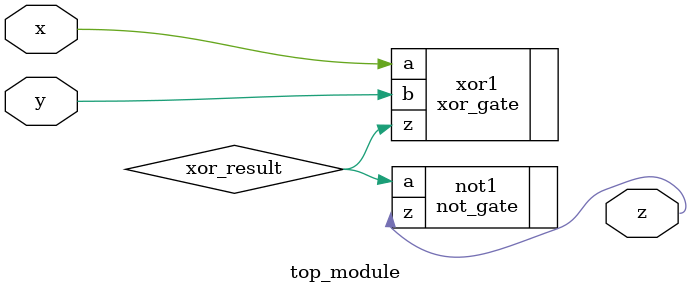
<source format=sv>
module top_module(
    input x,
    input y,
    output z);

    // Internal wire to hold the result of the XOR operation
    wire xor_result;

    // XOR gate to compute the logical XOR of x and y
    // The result is stored in the xor_result wire
    xor_gate xor1(.a(x), .b(y), .z(xor_result));

    // NOT gate to compute the logical negation of the XOR result
    not_gate not1(.a(xor_result), .z(z));

endmodule

</source>
